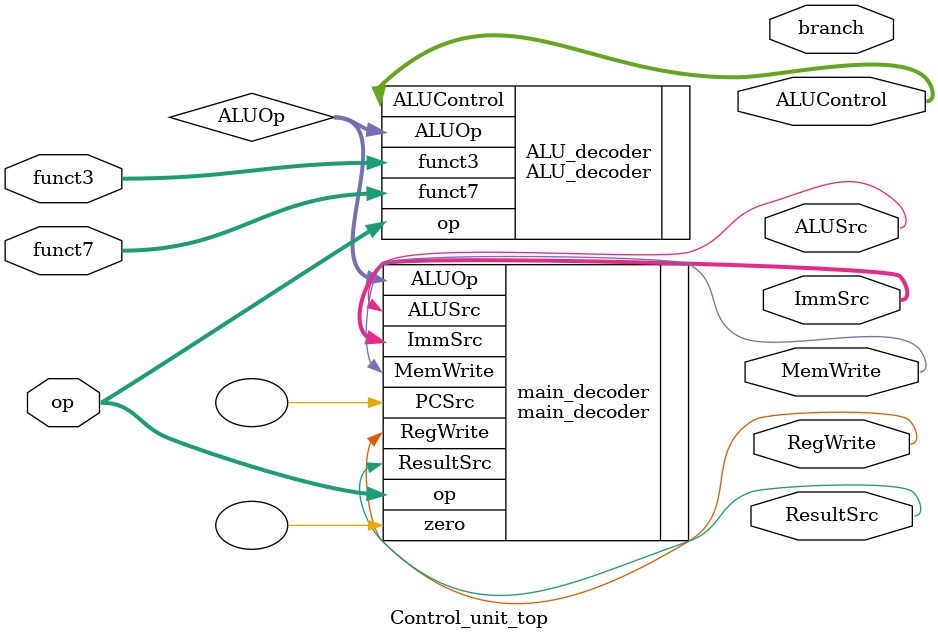
<source format=v>
`include "ALU_decoder.v"
`include "main_decoder.v"

module Control_unit_top(op,RegWrite,ImmSrc,ALUSrc,MemWrite,ResultSrc,branch,funct3,funct7,ALUControl);

input [6:0]op,funct7;
input [2:0]funct3;

output RegWrite,ALUSrc,MemWrite,ResultSrc,branch;
output [1:0]ImmSrc;
output [2:0]ALUControl;

wire[1:0]ALUOp;

main_decoder main_decoder(.op(op),
                          .zero(),
                          .RegWrite(RegWrite), 
                          .MemWrite(MemWrite), 
                          .ResultSrc(ResultSrc), 
                          .ALUSrc(ALUSrc), 
                          .ImmSrc(ImmSrc), 
                          .ALUOp(ALUOp), 
                          .PCSrc());
                        
ALU_decoder ALU_decoder(.ALUOp(ALUOp),
                        .op(op),
                        .funct3(funct3), 
                        .funct7(funct7), 
                        .ALUControl(ALUControl));

endmodule
</source>
